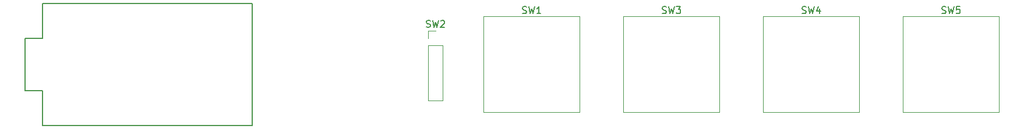
<source format=gbr>
%TF.GenerationSoftware,KiCad,Pcbnew,(5.1.10)-1*%
%TF.CreationDate,2021-07-06T12:32:42-04:00*%
%TF.ProjectId,MacroPad,4d616372-6f50-4616-942e-6b696361645f,rev?*%
%TF.SameCoordinates,Original*%
%TF.FileFunction,Legend,Top*%
%TF.FilePolarity,Positive*%
%FSLAX46Y46*%
G04 Gerber Fmt 4.6, Leading zero omitted, Abs format (unit mm)*
G04 Created by KiCad (PCBNEW (5.1.10)-1) date 2021-07-06 12:32:42*
%MOMM*%
%LPD*%
G01*
G04 APERTURE LIST*
%ADD10C,0.120000*%
%ADD11C,0.150000*%
G04 APERTURE END LIST*
D10*
%TO.C,SW1*%
X136525000Y-89535000D02*
X136525000Y-75565000D01*
X150495000Y-89535000D02*
X136525000Y-89535000D01*
X150495000Y-75565000D02*
X150495000Y-89535000D01*
X136525000Y-75565000D02*
X150495000Y-75565000D01*
%TO.C,SW2*%
X128480000Y-87800000D02*
X130600000Y-87800000D01*
X128480000Y-79740000D02*
X128480000Y-87800000D01*
X130600000Y-79740000D02*
X130600000Y-87800000D01*
X128480000Y-79740000D02*
X130600000Y-79740000D01*
X128480000Y-78740000D02*
X128480000Y-77680000D01*
X128480000Y-77680000D02*
X129540000Y-77680000D01*
%TO.C,SW3*%
X156845000Y-75565000D02*
X170815000Y-75565000D01*
X170815000Y-75565000D02*
X170815000Y-89535000D01*
X170815000Y-89535000D02*
X156845000Y-89535000D01*
X156845000Y-89535000D02*
X156845000Y-75565000D01*
%TO.C,SW4*%
X177165000Y-89535000D02*
X177165000Y-75565000D01*
X191135000Y-89535000D02*
X177165000Y-89535000D01*
X191135000Y-75565000D02*
X191135000Y-89535000D01*
X177165000Y-75565000D02*
X191135000Y-75565000D01*
%TO.C,SW5*%
X197485000Y-75565000D02*
X211455000Y-75565000D01*
X211455000Y-75565000D02*
X211455000Y-89535000D01*
X211455000Y-89535000D02*
X197485000Y-89535000D01*
X197485000Y-89535000D02*
X197485000Y-75565000D01*
D11*
%TO.C,U1*%
X72390000Y-91440000D02*
X102870000Y-91440000D01*
X72390000Y-91440000D02*
X72390000Y-86360000D01*
X72390000Y-86360000D02*
X69850000Y-86360000D01*
X69850000Y-86360000D02*
X69850000Y-78740000D01*
X69850000Y-78740000D02*
X72390000Y-78740000D01*
X72390000Y-78740000D02*
X72390000Y-73660000D01*
X72390000Y-73660000D02*
X102870000Y-73660000D01*
X102870000Y-73660000D02*
X102870000Y-91440000D01*
%TO.C,SW1*%
X142176666Y-75080761D02*
X142319523Y-75128380D01*
X142557619Y-75128380D01*
X142652857Y-75080761D01*
X142700476Y-75033142D01*
X142748095Y-74937904D01*
X142748095Y-74842666D01*
X142700476Y-74747428D01*
X142652857Y-74699809D01*
X142557619Y-74652190D01*
X142367142Y-74604571D01*
X142271904Y-74556952D01*
X142224285Y-74509333D01*
X142176666Y-74414095D01*
X142176666Y-74318857D01*
X142224285Y-74223619D01*
X142271904Y-74176000D01*
X142367142Y-74128380D01*
X142605238Y-74128380D01*
X142748095Y-74176000D01*
X143081428Y-74128380D02*
X143319523Y-75128380D01*
X143510000Y-74414095D01*
X143700476Y-75128380D01*
X143938571Y-74128380D01*
X144843333Y-75128380D02*
X144271904Y-75128380D01*
X144557619Y-75128380D02*
X144557619Y-74128380D01*
X144462380Y-74271238D01*
X144367142Y-74366476D01*
X144271904Y-74414095D01*
%TO.C,SW2*%
X128206666Y-77084761D02*
X128349523Y-77132380D01*
X128587619Y-77132380D01*
X128682857Y-77084761D01*
X128730476Y-77037142D01*
X128778095Y-76941904D01*
X128778095Y-76846666D01*
X128730476Y-76751428D01*
X128682857Y-76703809D01*
X128587619Y-76656190D01*
X128397142Y-76608571D01*
X128301904Y-76560952D01*
X128254285Y-76513333D01*
X128206666Y-76418095D01*
X128206666Y-76322857D01*
X128254285Y-76227619D01*
X128301904Y-76180000D01*
X128397142Y-76132380D01*
X128635238Y-76132380D01*
X128778095Y-76180000D01*
X129111428Y-76132380D02*
X129349523Y-77132380D01*
X129540000Y-76418095D01*
X129730476Y-77132380D01*
X129968571Y-76132380D01*
X130301904Y-76227619D02*
X130349523Y-76180000D01*
X130444761Y-76132380D01*
X130682857Y-76132380D01*
X130778095Y-76180000D01*
X130825714Y-76227619D01*
X130873333Y-76322857D01*
X130873333Y-76418095D01*
X130825714Y-76560952D01*
X130254285Y-77132380D01*
X130873333Y-77132380D01*
%TO.C,SW3*%
X162496666Y-75080761D02*
X162639523Y-75128380D01*
X162877619Y-75128380D01*
X162972857Y-75080761D01*
X163020476Y-75033142D01*
X163068095Y-74937904D01*
X163068095Y-74842666D01*
X163020476Y-74747428D01*
X162972857Y-74699809D01*
X162877619Y-74652190D01*
X162687142Y-74604571D01*
X162591904Y-74556952D01*
X162544285Y-74509333D01*
X162496666Y-74414095D01*
X162496666Y-74318857D01*
X162544285Y-74223619D01*
X162591904Y-74176000D01*
X162687142Y-74128380D01*
X162925238Y-74128380D01*
X163068095Y-74176000D01*
X163401428Y-74128380D02*
X163639523Y-75128380D01*
X163830000Y-74414095D01*
X164020476Y-75128380D01*
X164258571Y-74128380D01*
X164544285Y-74128380D02*
X165163333Y-74128380D01*
X164830000Y-74509333D01*
X164972857Y-74509333D01*
X165068095Y-74556952D01*
X165115714Y-74604571D01*
X165163333Y-74699809D01*
X165163333Y-74937904D01*
X165115714Y-75033142D01*
X165068095Y-75080761D01*
X164972857Y-75128380D01*
X164687142Y-75128380D01*
X164591904Y-75080761D01*
X164544285Y-75033142D01*
%TO.C,SW4*%
X182816666Y-75080761D02*
X182959523Y-75128380D01*
X183197619Y-75128380D01*
X183292857Y-75080761D01*
X183340476Y-75033142D01*
X183388095Y-74937904D01*
X183388095Y-74842666D01*
X183340476Y-74747428D01*
X183292857Y-74699809D01*
X183197619Y-74652190D01*
X183007142Y-74604571D01*
X182911904Y-74556952D01*
X182864285Y-74509333D01*
X182816666Y-74414095D01*
X182816666Y-74318857D01*
X182864285Y-74223619D01*
X182911904Y-74176000D01*
X183007142Y-74128380D01*
X183245238Y-74128380D01*
X183388095Y-74176000D01*
X183721428Y-74128380D02*
X183959523Y-75128380D01*
X184150000Y-74414095D01*
X184340476Y-75128380D01*
X184578571Y-74128380D01*
X185388095Y-74461714D02*
X185388095Y-75128380D01*
X185150000Y-74080761D02*
X184911904Y-74795047D01*
X185530952Y-74795047D01*
%TO.C,SW5*%
X203136666Y-75080761D02*
X203279523Y-75128380D01*
X203517619Y-75128380D01*
X203612857Y-75080761D01*
X203660476Y-75033142D01*
X203708095Y-74937904D01*
X203708095Y-74842666D01*
X203660476Y-74747428D01*
X203612857Y-74699809D01*
X203517619Y-74652190D01*
X203327142Y-74604571D01*
X203231904Y-74556952D01*
X203184285Y-74509333D01*
X203136666Y-74414095D01*
X203136666Y-74318857D01*
X203184285Y-74223619D01*
X203231904Y-74176000D01*
X203327142Y-74128380D01*
X203565238Y-74128380D01*
X203708095Y-74176000D01*
X204041428Y-74128380D02*
X204279523Y-75128380D01*
X204470000Y-74414095D01*
X204660476Y-75128380D01*
X204898571Y-74128380D01*
X205755714Y-74128380D02*
X205279523Y-74128380D01*
X205231904Y-74604571D01*
X205279523Y-74556952D01*
X205374761Y-74509333D01*
X205612857Y-74509333D01*
X205708095Y-74556952D01*
X205755714Y-74604571D01*
X205803333Y-74699809D01*
X205803333Y-74937904D01*
X205755714Y-75033142D01*
X205708095Y-75080761D01*
X205612857Y-75128380D01*
X205374761Y-75128380D01*
X205279523Y-75080761D01*
X205231904Y-75033142D01*
%TD*%
M02*

</source>
